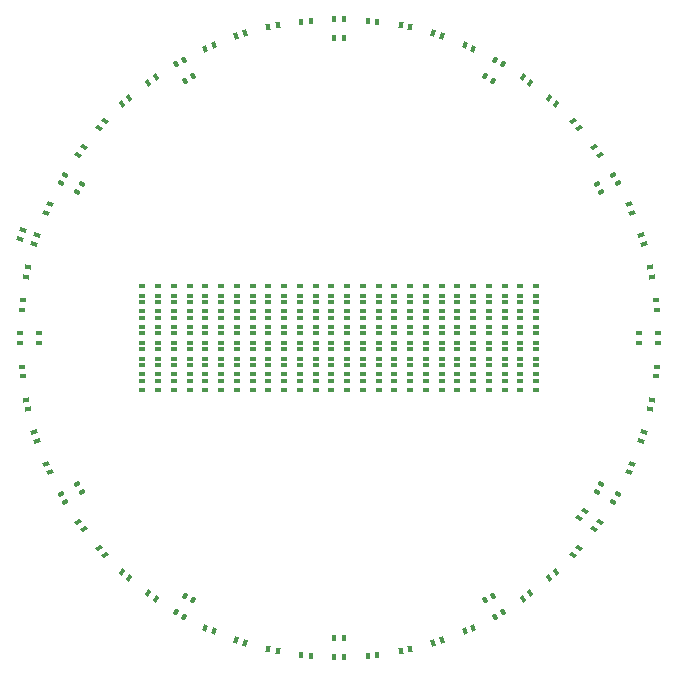
<source format=gbr>
%TF.GenerationSoftware,Altium Limited,Altium Designer,25.4.2 (15)*%
G04 Layer_Color=8421504*
%FSLAX45Y45*%
%MOMM*%
%TF.SameCoordinates,81630B90-A891-4B4D-9F54-97E9C8775566*%
%TF.FilePolarity,Positive*%
%TF.FileFunction,Paste,Top*%
%TF.Part,Single*%
G01*
G75*
%TA.AperFunction,SMDPad,CuDef*%
G04:AMPARAMS|DCode=12|XSize=0.35mm|YSize=0.55mm|CornerRadius=0.0175mm|HoleSize=0mm|Usage=FLASHONLY|Rotation=42.000|XOffset=0mm|YOffset=0mm|HoleType=Round|Shape=RoundedRectangle|*
%AMROUNDEDRECTD12*
21,1,0.35000,0.51500,0,0,42.0*
21,1,0.31500,0.55000,0,0,42.0*
1,1,0.03500,0.28935,-0.08597*
1,1,0.03500,0.05526,-0.29675*
1,1,0.03500,-0.28935,0.08597*
1,1,0.03500,-0.05526,0.29675*
%
%ADD12ROUNDEDRECTD12*%
G04:AMPARAMS|DCode=13|XSize=0.35mm|YSize=0.55mm|CornerRadius=0.0175mm|HoleSize=0mm|Usage=FLASHONLY|Rotation=48.000|XOffset=0mm|YOffset=0mm|HoleType=Round|Shape=RoundedRectangle|*
%AMROUNDEDRECTD13*
21,1,0.35000,0.51500,0,0,48.0*
21,1,0.31500,0.55000,0,0,48.0*
1,1,0.03500,0.29675,-0.05526*
1,1,0.03500,0.08597,-0.28935*
1,1,0.03500,-0.29675,0.05526*
1,1,0.03500,-0.08597,0.28935*
%
%ADD13ROUNDEDRECTD13*%
G04:AMPARAMS|DCode=14|XSize=0.35mm|YSize=0.55mm|CornerRadius=0.0175mm|HoleSize=0mm|Usage=FLASHONLY|Rotation=126.000|XOffset=0mm|YOffset=0mm|HoleType=Round|Shape=RoundedRectangle|*
%AMROUNDEDRECTD14*
21,1,0.35000,0.51500,0,0,126.0*
21,1,0.31500,0.55000,0,0,126.0*
1,1,0.03500,0.11575,0.27878*
1,1,0.03500,0.30090,0.02393*
1,1,0.03500,-0.11575,-0.27878*
1,1,0.03500,-0.30090,-0.02393*
%
%ADD14ROUNDEDRECTD14*%
G04:AMPARAMS|DCode=15|XSize=0.35mm|YSize=0.55mm|CornerRadius=0.0175mm|HoleSize=0mm|Usage=FLASHONLY|Rotation=132.000|XOffset=0mm|YOffset=0mm|HoleType=Round|Shape=RoundedRectangle|*
%AMROUNDEDRECTD15*
21,1,0.35000,0.51500,0,0,132.0*
21,1,0.31500,0.55000,0,0,132.0*
1,1,0.03500,0.08597,0.28935*
1,1,0.03500,0.29675,0.05526*
1,1,0.03500,-0.08597,-0.28935*
1,1,0.03500,-0.29675,-0.05526*
%
%ADD15ROUNDEDRECTD15*%
G04:AMPARAMS|DCode=16|XSize=0.35mm|YSize=0.55mm|CornerRadius=0.0175mm|HoleSize=0mm|Usage=FLASHONLY|Rotation=138.000|XOffset=0mm|YOffset=0mm|HoleType=Round|Shape=RoundedRectangle|*
%AMROUNDEDRECTD16*
21,1,0.35000,0.51500,0,0,138.0*
21,1,0.31500,0.55000,0,0,138.0*
1,1,0.03500,0.05526,0.29675*
1,1,0.03500,0.28935,0.08597*
1,1,0.03500,-0.05526,-0.29675*
1,1,0.03500,-0.28935,-0.08597*
%
%ADD16ROUNDEDRECTD16*%
G04:AMPARAMS|DCode=17|XSize=0.35mm|YSize=0.55mm|CornerRadius=0.0175mm|HoleSize=0mm|Usage=FLASHONLY|Rotation=270.000|XOffset=0mm|YOffset=0mm|HoleType=Round|Shape=RoundedRectangle|*
%AMROUNDEDRECTD17*
21,1,0.35000,0.51500,0,0,270.0*
21,1,0.31500,0.55000,0,0,270.0*
1,1,0.03500,-0.25750,-0.15750*
1,1,0.03500,-0.25750,0.15750*
1,1,0.03500,0.25750,0.15750*
1,1,0.03500,0.25750,-0.15750*
%
%ADD17ROUNDEDRECTD17*%
G04:AMPARAMS|DCode=18|XSize=0.35mm|YSize=0.55mm|CornerRadius=0.0175mm|HoleSize=0mm|Usage=FLASHONLY|Rotation=342.000|XOffset=0mm|YOffset=0mm|HoleType=Round|Shape=RoundedRectangle|*
%AMROUNDEDRECTD18*
21,1,0.35000,0.51500,0,0,342.0*
21,1,0.31500,0.55000,0,0,342.0*
1,1,0.03500,0.07022,-0.29357*
1,1,0.03500,-0.22936,-0.19623*
1,1,0.03500,-0.07022,0.29357*
1,1,0.03500,0.22936,0.19623*
%
%ADD18ROUNDEDRECTD18*%
G04:AMPARAMS|DCode=19|XSize=0.35mm|YSize=0.55mm|CornerRadius=0.0175mm|HoleSize=0mm|Usage=FLASHONLY|Rotation=150.000|XOffset=0mm|YOffset=0mm|HoleType=Round|Shape=RoundedRectangle|*
%AMROUNDEDRECTD19*
21,1,0.35000,0.51500,0,0,150.0*
21,1,0.31500,0.55000,0,0,150.0*
1,1,0.03500,-0.00765,0.30175*
1,1,0.03500,0.26515,0.14425*
1,1,0.03500,0.00765,-0.30175*
1,1,0.03500,-0.26515,-0.14425*
%
%ADD19ROUNDEDRECTD19*%
G04:AMPARAMS|DCode=20|XSize=0.35mm|YSize=0.55mm|CornerRadius=0.0175mm|HoleSize=0mm|Usage=FLASHONLY|Rotation=234.000|XOffset=0mm|YOffset=0mm|HoleType=Round|Shape=RoundedRectangle|*
%AMROUNDEDRECTD20*
21,1,0.35000,0.51500,0,0,234.0*
21,1,0.31500,0.55000,0,0,234.0*
1,1,0.03500,-0.30090,0.02393*
1,1,0.03500,-0.11575,0.27878*
1,1,0.03500,0.30090,-0.02393*
1,1,0.03500,0.11575,-0.27878*
%
%ADD20ROUNDEDRECTD20*%
G04:AMPARAMS|DCode=21|XSize=0.35mm|YSize=0.55mm|CornerRadius=0.0175mm|HoleSize=0mm|Usage=FLASHONLY|Rotation=240.000|XOffset=0mm|YOffset=0mm|HoleType=Round|Shape=RoundedRectangle|*
%AMROUNDEDRECTD21*
21,1,0.35000,0.51500,0,0,240.0*
21,1,0.31500,0.55000,0,0,240.0*
1,1,0.03500,-0.30175,-0.00765*
1,1,0.03500,-0.14425,0.26515*
1,1,0.03500,0.30175,0.00765*
1,1,0.03500,0.14425,-0.26515*
%
%ADD21ROUNDEDRECTD21*%
G04:AMPARAMS|DCode=22|XSize=0.35mm|YSize=0.55mm|CornerRadius=0.0175mm|HoleSize=0mm|Usage=FLASHONLY|Rotation=246.000|XOffset=0mm|YOffset=0mm|HoleType=Round|Shape=RoundedRectangle|*
%AMROUNDEDRECTD22*
21,1,0.35000,0.51500,0,0,246.0*
21,1,0.31500,0.55000,0,0,246.0*
1,1,0.03500,-0.29930,-0.03915*
1,1,0.03500,-0.17118,0.24862*
1,1,0.03500,0.29930,0.03915*
1,1,0.03500,0.17118,-0.24862*
%
%ADD22ROUNDEDRECTD22*%
G04:AMPARAMS|DCode=23|XSize=0.35mm|YSize=0.55mm|CornerRadius=0.0175mm|HoleSize=0mm|Usage=FLASHONLY|Rotation=120.000|XOffset=0mm|YOffset=0mm|HoleType=Round|Shape=RoundedRectangle|*
%AMROUNDEDRECTD23*
21,1,0.35000,0.51500,0,0,120.0*
21,1,0.31500,0.55000,0,0,120.0*
1,1,0.03500,0.14425,0.26515*
1,1,0.03500,0.30175,-0.00765*
1,1,0.03500,-0.14425,-0.26515*
1,1,0.03500,-0.30175,0.00765*
%
%ADD23ROUNDEDRECTD23*%
G04:AMPARAMS|DCode=24|XSize=0.35mm|YSize=0.55mm|CornerRadius=0.0175mm|HoleSize=0mm|Usage=FLASHONLY|Rotation=114.000|XOffset=0mm|YOffset=0mm|HoleType=Round|Shape=RoundedRectangle|*
%AMROUNDEDRECTD24*
21,1,0.35000,0.51500,0,0,114.0*
21,1,0.31500,0.55000,0,0,114.0*
1,1,0.03500,0.17118,0.24862*
1,1,0.03500,0.29930,-0.03915*
1,1,0.03500,-0.17118,-0.24862*
1,1,0.03500,-0.29930,0.03915*
%
%ADD24ROUNDEDRECTD24*%
G04:AMPARAMS|DCode=25|XSize=0.35mm|YSize=0.55mm|CornerRadius=0.0175mm|HoleSize=0mm|Usage=FLASHONLY|Rotation=120.000|XOffset=0mm|YOffset=0mm|HoleType=Round|Shape=RoundedRectangle|*
%AMROUNDEDRECTD25*
21,1,0.35000,0.51500,0,0,120.0*
21,1,0.31500,0.55000,0,0,120.0*
1,1,0.03500,0.14425,0.26515*
1,1,0.03500,0.30175,-0.00765*
1,1,0.03500,-0.14425,-0.26515*
1,1,0.03500,-0.30175,0.00765*
%
%ADD25ROUNDEDRECTD25*%
G04:AMPARAMS|DCode=26|XSize=0.35mm|YSize=0.55mm|CornerRadius=0.0175mm|HoleSize=0mm|Usage=FLASHONLY|Rotation=252.000|XOffset=0mm|YOffset=0mm|HoleType=Round|Shape=RoundedRectangle|*
%AMROUNDEDRECTD26*
21,1,0.35000,0.51500,0,0,252.0*
21,1,0.31500,0.55000,0,0,252.0*
1,1,0.03500,-0.29357,-0.07022*
1,1,0.03500,-0.19623,0.22936*
1,1,0.03500,0.29357,0.07022*
1,1,0.03500,0.19623,-0.22936*
%
%ADD26ROUNDEDRECTD26*%
G04:AMPARAMS|DCode=27|XSize=0.35mm|YSize=0.55mm|CornerRadius=0.0175mm|HoleSize=0mm|Usage=FLASHONLY|Rotation=252.000|XOffset=0mm|YOffset=0mm|HoleType=Round|Shape=RoundedRectangle|*
%AMROUNDEDRECTD27*
21,1,0.35000,0.51500,0,0,252.0*
21,1,0.31500,0.55000,0,0,252.0*
1,1,0.03500,-0.29357,-0.07022*
1,1,0.03500,-0.19623,0.22936*
1,1,0.03500,0.29357,0.07022*
1,1,0.03500,0.19623,-0.22936*
%
%ADD27ROUNDEDRECTD27*%
G04:AMPARAMS|DCode=28|XSize=0.35mm|YSize=0.55mm|CornerRadius=0.0175mm|HoleSize=0mm|Usage=FLASHONLY|Rotation=258.000|XOffset=0mm|YOffset=0mm|HoleType=Round|Shape=RoundedRectangle|*
%AMROUNDEDRECTD28*
21,1,0.35000,0.51500,0,0,258.0*
21,1,0.31500,0.55000,0,0,258.0*
1,1,0.03500,-0.28462,-0.10052*
1,1,0.03500,-0.21913,0.20760*
1,1,0.03500,0.28462,0.10052*
1,1,0.03500,0.21913,-0.20760*
%
%ADD28ROUNDEDRECTD28*%
G04:AMPARAMS|DCode=29|XSize=0.35mm|YSize=0.55mm|CornerRadius=0.0175mm|HoleSize=0mm|Usage=FLASHONLY|Rotation=108.000|XOffset=0mm|YOffset=0mm|HoleType=Round|Shape=RoundedRectangle|*
%AMROUNDEDRECTD29*
21,1,0.35000,0.51500,0,0,108.0*
21,1,0.31500,0.55000,0,0,108.0*
1,1,0.03500,0.19623,0.22936*
1,1,0.03500,0.29357,-0.07022*
1,1,0.03500,-0.19623,-0.22936*
1,1,0.03500,-0.29357,0.07022*
%
%ADD29ROUNDEDRECTD29*%
G04:AMPARAMS|DCode=30|XSize=0.35mm|YSize=0.55mm|CornerRadius=0.0175mm|HoleSize=0mm|Usage=FLASHONLY|Rotation=96.000|XOffset=0mm|YOffset=0mm|HoleType=Round|Shape=RoundedRectangle|*
%AMROUNDEDRECTD30*
21,1,0.35000,0.51500,0,0,96.0*
21,1,0.31500,0.55000,0,0,96.0*
1,1,0.03500,0.23963,0.18355*
1,1,0.03500,0.27255,-0.12972*
1,1,0.03500,-0.23963,-0.18355*
1,1,0.03500,-0.27255,0.12972*
%
%ADD30ROUNDEDRECTD30*%
G04:AMPARAMS|DCode=31|XSize=0.35mm|YSize=0.55mm|CornerRadius=0.0175mm|HoleSize=0mm|Usage=FLASHONLY|Rotation=102.000|XOffset=0mm|YOffset=0mm|HoleType=Round|Shape=RoundedRectangle|*
%AMROUNDEDRECTD31*
21,1,0.35000,0.51500,0,0,102.0*
21,1,0.31500,0.55000,0,0,102.0*
1,1,0.03500,0.21913,0.20760*
1,1,0.03500,0.28462,-0.10052*
1,1,0.03500,-0.21913,-0.20760*
1,1,0.03500,-0.28462,0.10052*
%
%ADD31ROUNDEDRECTD31*%
G04:AMPARAMS|DCode=32|XSize=0.35mm|YSize=0.55mm|CornerRadius=0.0175mm|HoleSize=0mm|Usage=FLASHONLY|Rotation=264.000|XOffset=0mm|YOffset=0mm|HoleType=Round|Shape=RoundedRectangle|*
%AMROUNDEDRECTD32*
21,1,0.35000,0.51500,0,0,264.0*
21,1,0.31500,0.55000,0,0,264.0*
1,1,0.03500,-0.27255,-0.12972*
1,1,0.03500,-0.23963,0.18355*
1,1,0.03500,0.27255,0.12972*
1,1,0.03500,0.23963,-0.18355*
%
%ADD32ROUNDEDRECTD32*%
G04:AMPARAMS|DCode=33|XSize=0.35mm|YSize=0.55mm|CornerRadius=0.0175mm|HoleSize=0mm|Usage=FLASHONLY|Rotation=36.000|XOffset=0mm|YOffset=0mm|HoleType=Round|Shape=RoundedRectangle|*
%AMROUNDEDRECTD33*
21,1,0.35000,0.51500,0,0,36.0*
21,1,0.31500,0.55000,0,0,36.0*
1,1,0.03500,0.27878,-0.11575*
1,1,0.03500,0.02393,-0.30090*
1,1,0.03500,-0.27878,0.11575*
1,1,0.03500,-0.02393,0.30090*
%
%ADD33ROUNDEDRECTD33*%
G04:AMPARAMS|DCode=34|XSize=0.35mm|YSize=0.55mm|CornerRadius=0.0175mm|HoleSize=0mm|Usage=FLASHONLY|Rotation=30.000|XOffset=0mm|YOffset=0mm|HoleType=Round|Shape=RoundedRectangle|*
%AMROUNDEDRECTD34*
21,1,0.35000,0.51500,0,0,30.0*
21,1,0.31500,0.55000,0,0,30.0*
1,1,0.03500,0.26515,-0.14425*
1,1,0.03500,-0.00765,-0.30175*
1,1,0.03500,-0.26515,0.14425*
1,1,0.03500,0.00765,0.30175*
%
%ADD34ROUNDEDRECTD34*%
G04:AMPARAMS|DCode=35|XSize=0.35mm|YSize=0.55mm|CornerRadius=0.0175mm|HoleSize=0mm|Usage=FLASHONLY|Rotation=24.000|XOffset=0mm|YOffset=0mm|HoleType=Round|Shape=RoundedRectangle|*
%AMROUNDEDRECTD35*
21,1,0.35000,0.51500,0,0,24.0*
21,1,0.31500,0.55000,0,0,24.0*
1,1,0.03500,0.24862,-0.17118*
1,1,0.03500,-0.03915,-0.29930*
1,1,0.03500,-0.24862,0.17118*
1,1,0.03500,0.03915,0.29930*
%
%ADD35ROUNDEDRECTD35*%
G04:AMPARAMS|DCode=36|XSize=0.35mm|YSize=0.55mm|CornerRadius=0.0175mm|HoleSize=0mm|Usage=FLASHONLY|Rotation=18.000|XOffset=0mm|YOffset=0mm|HoleType=Round|Shape=RoundedRectangle|*
%AMROUNDEDRECTD36*
21,1,0.35000,0.51500,0,0,18.0*
21,1,0.31500,0.55000,0,0,18.0*
1,1,0.03500,0.22936,-0.19623*
1,1,0.03500,-0.07022,-0.29357*
1,1,0.03500,-0.22936,0.19623*
1,1,0.03500,0.07022,0.29357*
%
%ADD36ROUNDEDRECTD36*%
G04:AMPARAMS|DCode=37|XSize=0.35mm|YSize=0.55mm|CornerRadius=0.0175mm|HoleSize=0mm|Usage=FLASHONLY|Rotation=12.000|XOffset=0mm|YOffset=0mm|HoleType=Round|Shape=RoundedRectangle|*
%AMROUNDEDRECTD37*
21,1,0.35000,0.51500,0,0,12.0*
21,1,0.31500,0.55000,0,0,12.0*
1,1,0.03500,0.20760,-0.21913*
1,1,0.03500,-0.10052,-0.28462*
1,1,0.03500,-0.20760,0.21913*
1,1,0.03500,0.10052,0.28462*
%
%ADD37ROUNDEDRECTD37*%
G04:AMPARAMS|DCode=38|XSize=0.35mm|YSize=0.55mm|CornerRadius=0.0175mm|HoleSize=0mm|Usage=FLASHONLY|Rotation=6.000|XOffset=0mm|YOffset=0mm|HoleType=Round|Shape=RoundedRectangle|*
%AMROUNDEDRECTD38*
21,1,0.35000,0.51500,0,0,6.0*
21,1,0.31500,0.55000,0,0,6.0*
1,1,0.03500,0.18355,-0.23963*
1,1,0.03500,-0.12972,-0.27255*
1,1,0.03500,-0.18355,0.23963*
1,1,0.03500,0.12972,0.27255*
%
%ADD38ROUNDEDRECTD38*%
G04:AMPARAMS|DCode=39|XSize=0.35mm|YSize=0.55mm|CornerRadius=0.0175mm|HoleSize=0mm|Usage=FLASHONLY|Rotation=0.000|XOffset=0mm|YOffset=0mm|HoleType=Round|Shape=RoundedRectangle|*
%AMROUNDEDRECTD39*
21,1,0.35000,0.51500,0,0,0.0*
21,1,0.31500,0.55000,0,0,0.0*
1,1,0.03500,0.15750,-0.25750*
1,1,0.03500,-0.15750,-0.25750*
1,1,0.03500,-0.15750,0.25750*
1,1,0.03500,0.15750,0.25750*
%
%ADD39ROUNDEDRECTD39*%
G04:AMPARAMS|DCode=40|XSize=0.35mm|YSize=0.55mm|CornerRadius=0.0175mm|HoleSize=0mm|Usage=FLASHONLY|Rotation=354.000|XOffset=0mm|YOffset=0mm|HoleType=Round|Shape=RoundedRectangle|*
%AMROUNDEDRECTD40*
21,1,0.35000,0.51500,0,0,354.0*
21,1,0.31500,0.55000,0,0,354.0*
1,1,0.03500,0.12972,-0.27255*
1,1,0.03500,-0.18355,-0.23963*
1,1,0.03500,-0.12972,0.27255*
1,1,0.03500,0.18355,0.23963*
%
%ADD40ROUNDEDRECTD40*%
G04:AMPARAMS|DCode=41|XSize=0.35mm|YSize=0.55mm|CornerRadius=0.0175mm|HoleSize=0mm|Usage=FLASHONLY|Rotation=348.000|XOffset=0mm|YOffset=0mm|HoleType=Round|Shape=RoundedRectangle|*
%AMROUNDEDRECTD41*
21,1,0.35000,0.51500,0,0,348.0*
21,1,0.31500,0.55000,0,0,348.0*
1,1,0.03500,0.10052,-0.28462*
1,1,0.03500,-0.20760,-0.21913*
1,1,0.03500,-0.10052,0.28462*
1,1,0.03500,0.20760,0.21913*
%
%ADD41ROUNDEDRECTD41*%
G04:AMPARAMS|DCode=42|XSize=0.35mm|YSize=0.55mm|CornerRadius=0.0175mm|HoleSize=0mm|Usage=FLASHONLY|Rotation=336.000|XOffset=0mm|YOffset=0mm|HoleType=Round|Shape=RoundedRectangle|*
%AMROUNDEDRECTD42*
21,1,0.35000,0.51500,0,0,336.0*
21,1,0.31500,0.55000,0,0,336.0*
1,1,0.03500,0.03915,-0.29930*
1,1,0.03500,-0.24862,-0.17118*
1,1,0.03500,-0.03915,0.29930*
1,1,0.03500,0.24862,0.17118*
%
%ADD42ROUNDEDRECTD42*%
G04:AMPARAMS|DCode=43|XSize=0.35mm|YSize=0.55mm|CornerRadius=0.0175mm|HoleSize=0mm|Usage=FLASHONLY|Rotation=324.000|XOffset=0mm|YOffset=0mm|HoleType=Round|Shape=RoundedRectangle|*
%AMROUNDEDRECTD43*
21,1,0.35000,0.51500,0,0,324.0*
21,1,0.31500,0.55000,0,0,324.0*
1,1,0.03500,-0.02393,-0.30090*
1,1,0.03500,-0.27878,-0.11575*
1,1,0.03500,0.02393,0.30090*
1,1,0.03500,0.27878,0.11575*
%
%ADD43ROUNDEDRECTD43*%
G04:AMPARAMS|DCode=44|XSize=0.35mm|YSize=0.55mm|CornerRadius=0.0175mm|HoleSize=0mm|Usage=FLASHONLY|Rotation=150.000|XOffset=0mm|YOffset=0mm|HoleType=Round|Shape=RoundedRectangle|*
%AMROUNDEDRECTD44*
21,1,0.35000,0.51500,0,0,150.0*
21,1,0.31500,0.55000,0,0,150.0*
1,1,0.03500,-0.00765,0.30175*
1,1,0.03500,0.26515,0.14425*
1,1,0.03500,0.00765,-0.30175*
1,1,0.03500,-0.26515,-0.14425*
%
%ADD44ROUNDEDRECTD44*%
D12*
X4776927Y2966744D02*
D03*
X4836378Y3020274D02*
D03*
X1163622Y6979725D02*
D03*
X1223073Y7033256D02*
D03*
D13*
X4979726Y3163622D02*
D03*
X5033256Y3223073D02*
D03*
X966744Y6776927D02*
D03*
X1020275Y6836378D02*
D03*
D14*
X5160834Y6619380D02*
D03*
X839166Y3380620D02*
D03*
X5207857Y6554659D02*
D03*
X792143Y3445340D02*
D03*
D15*
X4979726Y6836378D02*
D03*
X1020274Y3163622D02*
D03*
X966744Y3223073D02*
D03*
X5033256Y6776927D02*
D03*
D16*
X4776927Y7033256D02*
D03*
X1223073Y2966744D02*
D03*
X1163622Y3020274D02*
D03*
X4836378Y6979726D02*
D03*
D17*
X4666626Y5359990D02*
D03*
X4533296D02*
D03*
X4399966D02*
D03*
X4133306D02*
D03*
X3999977D02*
D03*
X4266636D02*
D03*
X3866647D02*
D03*
X3733317D02*
D03*
X3466657D02*
D03*
X3599987D02*
D03*
X3199997D02*
D03*
X3066667D02*
D03*
X3333327D02*
D03*
X3599986Y4640010D02*
D03*
X1866697D02*
D03*
X3599986Y4773340D02*
D03*
X1866697D02*
D03*
X3599986Y4906670D02*
D03*
X1866697D02*
D03*
X3599986Y5040000D02*
D03*
X1866697D02*
D03*
X3599987Y5173330D02*
D03*
X1866697D02*
D03*
X3599987Y5306660D02*
D03*
X1866697Y5306700D02*
D03*
X3599987Y5439990D02*
D03*
X1866697D02*
D03*
X2933337Y5359990D02*
D03*
X2800007D02*
D03*
X2666677D02*
D03*
X2533347D02*
D03*
X2400017D02*
D03*
X2266687D02*
D03*
X2133357D02*
D03*
X2000027D02*
D03*
X1866697D02*
D03*
X1733367D02*
D03*
X1600037D02*
D03*
X1466707D02*
D03*
X1333377D02*
D03*
X2933336Y5226660D02*
D03*
X2800006Y5226700D02*
D03*
X2666676D02*
D03*
X2533346D02*
D03*
X2400016D02*
D03*
X2266686D02*
D03*
X2133356D02*
D03*
X2000026D02*
D03*
X1866697D02*
D03*
X1733367D02*
D03*
X1600037D02*
D03*
X1466707D02*
D03*
X1333377Y5226660D02*
D03*
X4666626D02*
D03*
X4533296D02*
D03*
X4399966D02*
D03*
X3999977D02*
D03*
X3866647D02*
D03*
X4133306D02*
D03*
X3599987D02*
D03*
X3733317D02*
D03*
X4266636D02*
D03*
X3466657D02*
D03*
X3333327D02*
D03*
X3066667D02*
D03*
X3199997D02*
D03*
X2933336Y5093330D02*
D03*
X2800006D02*
D03*
X2666676D02*
D03*
X2533346D02*
D03*
X2400016D02*
D03*
X2266686D02*
D03*
X2133356D02*
D03*
X2000026D02*
D03*
X1866697D02*
D03*
X1733367D02*
D03*
X1600037D02*
D03*
X1466707D02*
D03*
X1333377D02*
D03*
X4666626D02*
D03*
X4533296D02*
D03*
X3999977D02*
D03*
X3866647D02*
D03*
X4133306D02*
D03*
X3599987D02*
D03*
X3466657D02*
D03*
X3733317D02*
D03*
X4399966D02*
D03*
X4266636D02*
D03*
X3333327D02*
D03*
X3199997D02*
D03*
X3066667D02*
D03*
X300000Y4960000D02*
D03*
X460000D02*
D03*
X2933336Y4960000D02*
D03*
X2800006D02*
D03*
X2666676D02*
D03*
X2533346D02*
D03*
X2400016D02*
D03*
X2266686D02*
D03*
X2133356D02*
D03*
X2000026D02*
D03*
X1866697D02*
D03*
X1733367D02*
D03*
X1600037D02*
D03*
X1466707D02*
D03*
X1333377D02*
D03*
X5700000Y5040000D02*
D03*
X5540000D02*
D03*
X4666625Y4960000D02*
D03*
X4533295D02*
D03*
X4399965D02*
D03*
X3999975D02*
D03*
X3866646D02*
D03*
X4133305D02*
D03*
X3599986D02*
D03*
X3733316D02*
D03*
X4266635D02*
D03*
X3466656D02*
D03*
X3333327D02*
D03*
X3066666D02*
D03*
X3199997D02*
D03*
X2933336Y4826670D02*
D03*
X2800006D02*
D03*
X2666676D02*
D03*
X2533346D02*
D03*
X2400016D02*
D03*
X2266686D02*
D03*
X2133356D02*
D03*
X2000026D02*
D03*
X1866697D02*
D03*
X1733367D02*
D03*
X1600037D02*
D03*
X1466707D02*
D03*
X1333377D02*
D03*
X4666625D02*
D03*
X4533295D02*
D03*
X4399965D02*
D03*
X3999975D02*
D03*
X3866646D02*
D03*
X4133305D02*
D03*
X3599986D02*
D03*
X3733316D02*
D03*
X4266635D02*
D03*
X3466656D02*
D03*
X3333327D02*
D03*
X3066666D02*
D03*
X3199997D02*
D03*
X2933336Y4693340D02*
D03*
X2800006D02*
D03*
X2666676D02*
D03*
X2533346D02*
D03*
X2400016D02*
D03*
X2266686D02*
D03*
X2133356D02*
D03*
X2000026D02*
D03*
X1866697D02*
D03*
X1733367D02*
D03*
X1600037D02*
D03*
X1466707D02*
D03*
X1333377D02*
D03*
X4666625D02*
D03*
X4533295D02*
D03*
X4399965D02*
D03*
X4133305D02*
D03*
X3999975D02*
D03*
X4266635D02*
D03*
X3866646D02*
D03*
X3733316D02*
D03*
X3466656D02*
D03*
X3599986D02*
D03*
X3199997D02*
D03*
X3066666D02*
D03*
X3333327D02*
D03*
X2933336Y4560010D02*
D03*
X2800006D02*
D03*
X2666676D02*
D03*
X2533346D02*
D03*
X2400016D02*
D03*
X2266686D02*
D03*
X2133356D02*
D03*
X2000026D02*
D03*
X1866697D02*
D03*
X1733367D02*
D03*
X1600037D02*
D03*
X1466707D02*
D03*
X1333377D02*
D03*
X4666625D02*
D03*
X4533295D02*
D03*
X3999975D02*
D03*
X3866646D02*
D03*
X4133305D02*
D03*
X3599986D02*
D03*
X3466656D02*
D03*
X3733316D02*
D03*
X4399965D02*
D03*
X4266635D02*
D03*
X3333327D02*
D03*
X3199997D02*
D03*
X3066666D02*
D03*
Y4640010D02*
D03*
X1333377D02*
D03*
X3066666Y4773340D02*
D03*
X1333377D02*
D03*
X3066666Y4906670D02*
D03*
X1333377D02*
D03*
X3066666Y5040000D02*
D03*
X1333377D02*
D03*
X3066667Y5173330D02*
D03*
X1333377D02*
D03*
X3066667Y5306660D02*
D03*
X1333377D02*
D03*
X3066667Y5439990D02*
D03*
X1333377D02*
D03*
X3199997Y4640010D02*
D03*
Y4773340D02*
D03*
Y4906670D02*
D03*
Y5040000D02*
D03*
Y5173330D02*
D03*
Y5306660D02*
D03*
Y5439990D02*
D03*
X1466707Y4640010D02*
D03*
Y4773340D02*
D03*
Y4906670D02*
D03*
Y5040000D02*
D03*
Y5173330D02*
D03*
Y5306700D02*
D03*
X1466707Y5439990D02*
D03*
X3333327Y4640010D02*
D03*
X1600037D02*
D03*
X3333327Y4773340D02*
D03*
X1600037D02*
D03*
X3333327Y4906670D02*
D03*
X1600037D02*
D03*
X3333327Y5040000D02*
D03*
X1600037D02*
D03*
X3333327Y5173330D02*
D03*
X1600037D02*
D03*
X3333327Y5306660D02*
D03*
X1600037Y5306700D02*
D03*
X3333327Y5439990D02*
D03*
X1600037D02*
D03*
X3466656Y4640010D02*
D03*
X1733367D02*
D03*
X3466656Y4773340D02*
D03*
X1733367D02*
D03*
X3466656Y4906670D02*
D03*
X1733367D02*
D03*
X3466656Y5040000D02*
D03*
X1733367D02*
D03*
X3466657Y5173330D02*
D03*
X1733367D02*
D03*
X3466657Y5306660D02*
D03*
X1733367Y5306700D02*
D03*
X3466657Y5439990D02*
D03*
X1733367D02*
D03*
X3733316Y4640010D02*
D03*
X2000026D02*
D03*
X3733316Y4773340D02*
D03*
X2000026D02*
D03*
X3733316Y4906670D02*
D03*
X2000026D02*
D03*
X3733316Y5040000D02*
D03*
X2000026D02*
D03*
X3733317Y5173330D02*
D03*
X2000026D02*
D03*
X3733317Y5306660D02*
D03*
X2000026Y5306700D02*
D03*
X3733317Y5439990D02*
D03*
X2000027D02*
D03*
X3866646Y4640010D02*
D03*
X2133356D02*
D03*
X3866646Y4773340D02*
D03*
X2133356D02*
D03*
X3866646Y4906670D02*
D03*
X2133356D02*
D03*
X3866646Y5040000D02*
D03*
X2133356D02*
D03*
X3866647Y5173330D02*
D03*
X2133356D02*
D03*
X3866647Y5306660D02*
D03*
X2133356Y5306700D02*
D03*
X3866647Y5439990D02*
D03*
X2133357D02*
D03*
X3999975Y4640010D02*
D03*
X2266686D02*
D03*
X3999975Y4773340D02*
D03*
X2266686D02*
D03*
X3999975Y4906670D02*
D03*
X2266686D02*
D03*
X3999975Y5040000D02*
D03*
X2266686D02*
D03*
X3999977Y5173330D02*
D03*
X2266686D02*
D03*
X3999977Y5306660D02*
D03*
X2266686Y5306700D02*
D03*
X3999977Y5439990D02*
D03*
X2266687D02*
D03*
X4133305Y4640010D02*
D03*
X2400016D02*
D03*
X4133305Y4773340D02*
D03*
X2400016D02*
D03*
X4133305Y4906670D02*
D03*
X2400016D02*
D03*
X4133305Y5040000D02*
D03*
X2400016D02*
D03*
X4133306Y5173330D02*
D03*
X2400016D02*
D03*
X4133306Y5306660D02*
D03*
X2400016Y5306700D02*
D03*
X4133306Y5439990D02*
D03*
X2400017D02*
D03*
X4266635Y4640010D02*
D03*
X2533346D02*
D03*
X4266635Y4773340D02*
D03*
X2533346D02*
D03*
X4266635Y4906670D02*
D03*
X2533346D02*
D03*
X4266635Y5040000D02*
D03*
X2533346D02*
D03*
X4266636Y5173330D02*
D03*
X2533346D02*
D03*
X4266636Y5306660D02*
D03*
X2533346Y5306700D02*
D03*
X4266636Y5439990D02*
D03*
X2533347D02*
D03*
X4399965Y4640010D02*
D03*
X2666676D02*
D03*
X4399965Y4773340D02*
D03*
X2666676D02*
D03*
X4399965Y4906670D02*
D03*
X2666676D02*
D03*
X4399965Y5040000D02*
D03*
X2666676D02*
D03*
X4399966Y5173330D02*
D03*
X2666676D02*
D03*
X4399966Y5306660D02*
D03*
X2666676Y5306700D02*
D03*
X4399966Y5439990D02*
D03*
X2666677D02*
D03*
X4533295Y4640010D02*
D03*
X2800006D02*
D03*
X4533295Y4773340D02*
D03*
X2800006D02*
D03*
X4533295Y4906670D02*
D03*
X2800006D02*
D03*
X4533295Y5040000D02*
D03*
X2800006D02*
D03*
X4533296Y5173330D02*
D03*
X2800006D02*
D03*
X4533296Y5306660D02*
D03*
X2800006Y5306700D02*
D03*
X4533296Y5439990D02*
D03*
X2800007D02*
D03*
X4666625Y4640010D02*
D03*
X2933336D02*
D03*
X4666625Y4773340D02*
D03*
X2933336D02*
D03*
X4666625Y4906670D02*
D03*
X2933336D02*
D03*
X4666625Y5040000D02*
D03*
X2933336D02*
D03*
X4666626Y5173330D02*
D03*
X2933336D02*
D03*
X4666626Y5306660D02*
D03*
X2933336D02*
D03*
X4666626Y5439990D02*
D03*
X2933337D02*
D03*
X460000Y5040000D02*
D03*
X5540000Y4960000D02*
D03*
X300000Y5040000D02*
D03*
X5700000Y4960000D02*
D03*
D18*
X2127612Y2444508D02*
D03*
X2203697Y2419787D02*
D03*
X3796305Y7580214D02*
D03*
X3872387Y7555491D02*
D03*
D19*
X4384642Y7318268D02*
D03*
X1764641Y2780295D02*
D03*
X1684641Y2641731D02*
D03*
X4315358Y7358269D02*
D03*
X1615359Y2681733D02*
D03*
X1695359Y2820296D02*
D03*
D20*
X792143Y6554659D02*
D03*
X5207857Y3445340D02*
D03*
X5078415Y3539386D02*
D03*
X5160835Y3380619D02*
D03*
X839166Y6619380D02*
D03*
X5031392Y3474664D02*
D03*
D21*
X641732Y6315359D02*
D03*
X780296Y6235358D02*
D03*
X5358269Y3684641D02*
D03*
X5219705Y3764641D02*
D03*
X5179705Y3695359D02*
D03*
X820295Y6304642D02*
D03*
X5318269Y3615359D02*
D03*
X681732Y6384641D02*
D03*
D22*
X517159Y6061647D02*
D03*
X5482841Y3938353D02*
D03*
X5450304Y3865269D02*
D03*
X549697Y6134731D02*
D03*
D23*
X5318269Y6384642D02*
D03*
X681731Y3615359D02*
D03*
X820296Y3695359D02*
D03*
X780296Y3764641D02*
D03*
X641732Y3684641D02*
D03*
X5358268Y6315357D02*
D03*
D24*
X5450304Y6134730D02*
D03*
X549697Y3865269D02*
D03*
X5482841Y6061647D02*
D03*
X517159Y3938353D02*
D03*
D25*
X5179704Y6304641D02*
D03*
X5219705Y6235359D02*
D03*
D26*
X419787Y5796304D02*
D03*
X5580213Y4203696D02*
D03*
X5555492Y4127612D02*
D03*
X444508Y5872387D02*
D03*
D27*
X296409Y5836000D02*
D03*
X321129Y5912083D02*
D03*
D28*
X350685Y5522235D02*
D03*
X5649314Y4477764D02*
D03*
X367318Y5600488D02*
D03*
X5632682Y4399513D02*
D03*
D29*
X5555492Y5872388D02*
D03*
X444508Y4127612D02*
D03*
X419787Y4203696D02*
D03*
X5580213Y5796304D02*
D03*
D30*
X5681027Y5322008D02*
D03*
X318972Y4677992D02*
D03*
X5689391Y5242446D02*
D03*
X310610Y4757554D02*
D03*
D31*
X5632682Y5600487D02*
D03*
X367318Y4399512D02*
D03*
X350686Y4477764D02*
D03*
X5649315Y5522236D02*
D03*
D32*
X310611Y5242446D02*
D03*
X5689390Y4757554D02*
D03*
X5681028Y4677992D02*
D03*
X318972Y5322008D02*
D03*
D33*
X4619381Y2839166D02*
D03*
X1380621Y7160835D02*
D03*
X4554659Y2792143D02*
D03*
X1445340Y7207856D02*
D03*
D34*
X4304642Y2820295D02*
D03*
X4384641Y2681732D02*
D03*
X1695359Y7179705D02*
D03*
X1615359Y7318269D02*
D03*
X4315358Y2641731D02*
D03*
X1684642Y7358268D02*
D03*
X4235359Y2780295D02*
D03*
X1764641Y7219704D02*
D03*
D35*
X4134731Y2549696D02*
D03*
X1865270Y7450303D02*
D03*
X1938352Y7482842D02*
D03*
X4061647Y2517159D02*
D03*
D36*
X3872387Y2444508D02*
D03*
X2127612Y7555492D02*
D03*
X2203697Y7580212D02*
D03*
X3796305Y2419787D02*
D03*
D37*
X3600488Y2367318D02*
D03*
X2399513Y7632682D02*
D03*
X2477764Y7649315D02*
D03*
X3522236Y2350685D02*
D03*
D38*
X3322007Y2318972D02*
D03*
X2677992Y7681027D02*
D03*
X3242446Y2310610D02*
D03*
X2757555Y7689391D02*
D03*
D39*
X3040000Y2460000D02*
D03*
X3040000Y2300000D02*
D03*
X2959999Y7540000D02*
D03*
X2960000Y7700000D02*
D03*
X2960000Y2300000D02*
D03*
X2960000Y2460000D02*
D03*
X3040000Y7699999D02*
D03*
X3040001Y7540000D02*
D03*
D40*
X2757555Y2310610D02*
D03*
X3242446Y7689390D02*
D03*
X3322008Y7681027D02*
D03*
X2677992Y2318972D02*
D03*
D41*
X2477765Y2350685D02*
D03*
X3522236Y7649314D02*
D03*
X3600487Y7632682D02*
D03*
X2399512Y2367318D02*
D03*
D42*
X1938353Y2517160D02*
D03*
X4061647Y7482843D02*
D03*
X1865270Y2549695D02*
D03*
X4134731Y7450302D02*
D03*
D43*
X1445341Y2792144D02*
D03*
X4554660Y7207857D02*
D03*
X1380620Y2839165D02*
D03*
X4619381Y7160835D02*
D03*
D44*
X4235359Y7219705D02*
D03*
X4304641Y7179703D02*
D03*
%TF.MD5,f55536c81efbe569afe69c300210b7dd*%
M02*

</source>
